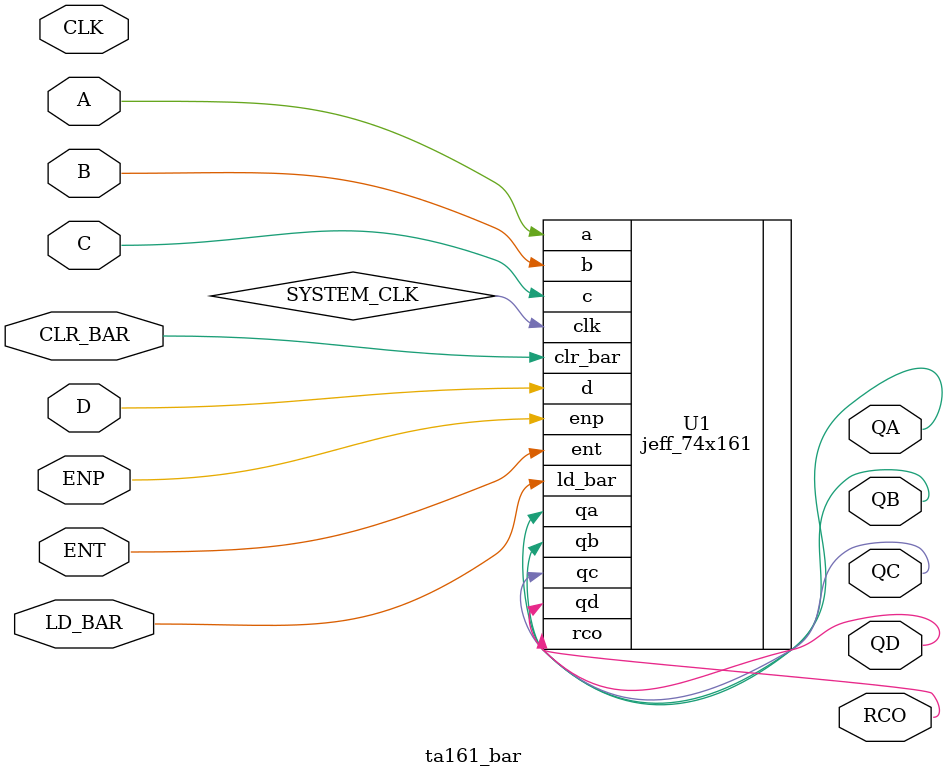
<source format=v>

module ta161_bar (
    input           CLR_BAR,             // CLEAR
    input           LD_BAR,              // LOAD
    input           ENT,                 // ENABLE T
    input           ENP,                 // ENABLE P
    input           CLK,                 // CLK 
    input           A, B, C, D,          // DATA IN
    output          QA, QB, QC, QD,      // DATA OUT
    output          RCO                  // RIPPLE CARRY OUTPUT
);

// 4-bit synchronous counter
// Replaced ta161 in THESIS with jeff_74x161
jeff_74x161 U1 (
    .clr_bar(CLR_BAR),
    .ld_bar(LD_BAR),
    .ent(ENT),
    .enp(ENP),
    .clk(SYSTEM_CLK),
    .a(A),
    .b(B),
    .c(C),
    .d(D),
    .qa(QA),
    .qb(QB),
    .qc(QC),
    .qd(QD),
    .rco(RCO)
);

endmodule
</source>
